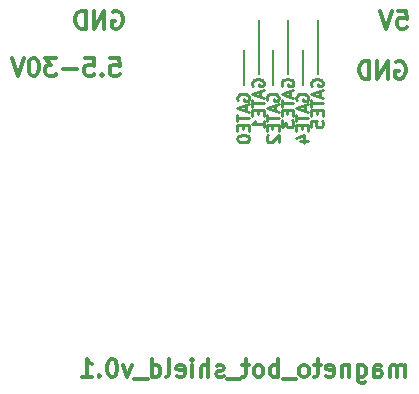
<source format=gbr>
G04 #@! TF.GenerationSoftware,KiCad,Pcbnew,5.0.2-bee76a0~70~ubuntu18.04.1*
G04 #@! TF.CreationDate,2019-12-05T19:09:47+01:00*
G04 #@! TF.ProjectId,magneto_bot_shield,6d61676e-6574-46f5-9f62-6f745f736869,rev?*
G04 #@! TF.SameCoordinates,Original*
G04 #@! TF.FileFunction,Legend,Bot*
G04 #@! TF.FilePolarity,Positive*
%FSLAX46Y46*%
G04 Gerber Fmt 4.6, Leading zero omitted, Abs format (unit mm)*
G04 Created by KiCad (PCBNEW 5.0.2-bee76a0~70~ubuntu18.04.1) date Thu 05 Dec 2019 07:09:47 PM CET*
%MOMM*%
%LPD*%
G01*
G04 APERTURE LIST*
%ADD10C,0.250000*%
%ADD11C,0.200000*%
%ADD12C,0.300000*%
G04 APERTURE END LIST*
D10*
X169750000Y-102023809D02*
X169702380Y-101928571D01*
X169702380Y-101785714D01*
X169750000Y-101642857D01*
X169845238Y-101547619D01*
X169940476Y-101500000D01*
X170130952Y-101452380D01*
X170273809Y-101452380D01*
X170464285Y-101500000D01*
X170559523Y-101547619D01*
X170654761Y-101642857D01*
X170702380Y-101785714D01*
X170702380Y-101880952D01*
X170654761Y-102023809D01*
X170607142Y-102071428D01*
X170273809Y-102071428D01*
X170273809Y-101880952D01*
X170416666Y-102452380D02*
X170416666Y-102928571D01*
X170702380Y-102357142D02*
X169702380Y-102690476D01*
X170702380Y-103023809D01*
X169702380Y-103214285D02*
X169702380Y-103785714D01*
X170702380Y-103500000D02*
X169702380Y-103500000D01*
X170178571Y-104119047D02*
X170178571Y-104452380D01*
X170702380Y-104595238D02*
X170702380Y-104119047D01*
X169702380Y-104119047D01*
X169702380Y-104595238D01*
X169702380Y-105500000D02*
X169702380Y-105023809D01*
X170178571Y-104976190D01*
X170130952Y-105023809D01*
X170083333Y-105119047D01*
X170083333Y-105357142D01*
X170130952Y-105452380D01*
X170178571Y-105500000D01*
X170273809Y-105547619D01*
X170511904Y-105547619D01*
X170607142Y-105500000D01*
X170654761Y-105452380D01*
X170702380Y-105357142D01*
X170702380Y-105119047D01*
X170654761Y-105023809D01*
X170607142Y-104976190D01*
X168500000Y-103273809D02*
X168452380Y-103178571D01*
X168452380Y-103035714D01*
X168500000Y-102892857D01*
X168595238Y-102797619D01*
X168690476Y-102750000D01*
X168880952Y-102702380D01*
X169023809Y-102702380D01*
X169214285Y-102750000D01*
X169309523Y-102797619D01*
X169404761Y-102892857D01*
X169452380Y-103035714D01*
X169452380Y-103130952D01*
X169404761Y-103273809D01*
X169357142Y-103321428D01*
X169023809Y-103321428D01*
X169023809Y-103130952D01*
X169166666Y-103702380D02*
X169166666Y-104178571D01*
X169452380Y-103607142D02*
X168452380Y-103940476D01*
X169452380Y-104273809D01*
X168452380Y-104464285D02*
X168452380Y-105035714D01*
X169452380Y-104750000D02*
X168452380Y-104750000D01*
X168928571Y-105369047D02*
X168928571Y-105702380D01*
X169452380Y-105845238D02*
X169452380Y-105369047D01*
X168452380Y-105369047D01*
X168452380Y-105845238D01*
X168785714Y-106702380D02*
X169452380Y-106702380D01*
X168404761Y-106464285D02*
X169119047Y-106226190D01*
X169119047Y-106845238D01*
X167250000Y-102023809D02*
X167202380Y-101928571D01*
X167202380Y-101785714D01*
X167250000Y-101642857D01*
X167345238Y-101547619D01*
X167440476Y-101500000D01*
X167630952Y-101452380D01*
X167773809Y-101452380D01*
X167964285Y-101500000D01*
X168059523Y-101547619D01*
X168154761Y-101642857D01*
X168202380Y-101785714D01*
X168202380Y-101880952D01*
X168154761Y-102023809D01*
X168107142Y-102071428D01*
X167773809Y-102071428D01*
X167773809Y-101880952D01*
X167916666Y-102452380D02*
X167916666Y-102928571D01*
X168202380Y-102357142D02*
X167202380Y-102690476D01*
X168202380Y-103023809D01*
X167202380Y-103214285D02*
X167202380Y-103785714D01*
X168202380Y-103500000D02*
X167202380Y-103500000D01*
X167678571Y-104119047D02*
X167678571Y-104452380D01*
X168202380Y-104595238D02*
X168202380Y-104119047D01*
X167202380Y-104119047D01*
X167202380Y-104595238D01*
X167202380Y-104928571D02*
X167202380Y-105547619D01*
X167583333Y-105214285D01*
X167583333Y-105357142D01*
X167630952Y-105452380D01*
X167678571Y-105500000D01*
X167773809Y-105547619D01*
X168011904Y-105547619D01*
X168107142Y-105500000D01*
X168154761Y-105452380D01*
X168202380Y-105357142D01*
X168202380Y-105071428D01*
X168154761Y-104976190D01*
X168107142Y-104928571D01*
X166000000Y-103273809D02*
X165952380Y-103178571D01*
X165952380Y-103035714D01*
X166000000Y-102892857D01*
X166095238Y-102797619D01*
X166190476Y-102750000D01*
X166380952Y-102702380D01*
X166523809Y-102702380D01*
X166714285Y-102750000D01*
X166809523Y-102797619D01*
X166904761Y-102892857D01*
X166952380Y-103035714D01*
X166952380Y-103130952D01*
X166904761Y-103273809D01*
X166857142Y-103321428D01*
X166523809Y-103321428D01*
X166523809Y-103130952D01*
X166666666Y-103702380D02*
X166666666Y-104178571D01*
X166952380Y-103607142D02*
X165952380Y-103940476D01*
X166952380Y-104273809D01*
X165952380Y-104464285D02*
X165952380Y-105035714D01*
X166952380Y-104750000D02*
X165952380Y-104750000D01*
X166428571Y-105369047D02*
X166428571Y-105702380D01*
X166952380Y-105845238D02*
X166952380Y-105369047D01*
X165952380Y-105369047D01*
X165952380Y-105845238D01*
X166047619Y-106226190D02*
X166000000Y-106273809D01*
X165952380Y-106369047D01*
X165952380Y-106607142D01*
X166000000Y-106702380D01*
X166047619Y-106750000D01*
X166142857Y-106797619D01*
X166238095Y-106797619D01*
X166380952Y-106750000D01*
X166952380Y-106178571D01*
X166952380Y-106797619D01*
X164750000Y-102023809D02*
X164702380Y-101928571D01*
X164702380Y-101785714D01*
X164750000Y-101642857D01*
X164845238Y-101547619D01*
X164940476Y-101500000D01*
X165130952Y-101452380D01*
X165273809Y-101452380D01*
X165464285Y-101500000D01*
X165559523Y-101547619D01*
X165654761Y-101642857D01*
X165702380Y-101785714D01*
X165702380Y-101880952D01*
X165654761Y-102023809D01*
X165607142Y-102071428D01*
X165273809Y-102071428D01*
X165273809Y-101880952D01*
X165416666Y-102452380D02*
X165416666Y-102928571D01*
X165702380Y-102357142D02*
X164702380Y-102690476D01*
X165702380Y-103023809D01*
X164702380Y-103214285D02*
X164702380Y-103785714D01*
X165702380Y-103500000D02*
X164702380Y-103500000D01*
X165178571Y-104119047D02*
X165178571Y-104452380D01*
X165702380Y-104595238D02*
X165702380Y-104119047D01*
X164702380Y-104119047D01*
X164702380Y-104595238D01*
X165702380Y-105547619D02*
X165702380Y-104976190D01*
X165702380Y-105261904D02*
X164702380Y-105261904D01*
X164845238Y-105166666D01*
X164940476Y-105071428D01*
X164988095Y-104976190D01*
D11*
X170250000Y-96500000D02*
X170250000Y-101000000D01*
X169000000Y-99000000D02*
X169000000Y-102000000D01*
X167750000Y-96500000D02*
X167750000Y-101000000D01*
X166500000Y-99000000D02*
X166500000Y-102000000D01*
X165250000Y-96500000D02*
X165250000Y-101000000D01*
X164000000Y-99000000D02*
X164000000Y-102000000D01*
D10*
X163500000Y-103273809D02*
X163452380Y-103178571D01*
X163452380Y-103035714D01*
X163500000Y-102892857D01*
X163595238Y-102797619D01*
X163690476Y-102750000D01*
X163880952Y-102702380D01*
X164023809Y-102702380D01*
X164214285Y-102750000D01*
X164309523Y-102797619D01*
X164404761Y-102892857D01*
X164452380Y-103035714D01*
X164452380Y-103130952D01*
X164404761Y-103273809D01*
X164357142Y-103321428D01*
X164023809Y-103321428D01*
X164023809Y-103130952D01*
X164166666Y-103702380D02*
X164166666Y-104178571D01*
X164452380Y-103607142D02*
X163452380Y-103940476D01*
X164452380Y-104273809D01*
X163452380Y-104464285D02*
X163452380Y-105035714D01*
X164452380Y-104750000D02*
X163452380Y-104750000D01*
X163928571Y-105369047D02*
X163928571Y-105702380D01*
X164452380Y-105845238D02*
X164452380Y-105369047D01*
X163452380Y-105369047D01*
X163452380Y-105845238D01*
X163452380Y-106464285D02*
X163452380Y-106559523D01*
X163500000Y-106654761D01*
X163547619Y-106702380D01*
X163642857Y-106750000D01*
X163833333Y-106797619D01*
X164071428Y-106797619D01*
X164261904Y-106750000D01*
X164357142Y-106702380D01*
X164404761Y-106654761D01*
X164452380Y-106559523D01*
X164452380Y-106464285D01*
X164404761Y-106369047D01*
X164357142Y-106321428D01*
X164261904Y-106273809D01*
X164071428Y-106226190D01*
X163833333Y-106226190D01*
X163642857Y-106273809D01*
X163547619Y-106321428D01*
X163500000Y-106369047D01*
X163452380Y-106464285D01*
D12*
X177035714Y-95678571D02*
X177750000Y-95678571D01*
X177821428Y-96392857D01*
X177750000Y-96321428D01*
X177607142Y-96250000D01*
X177250000Y-96250000D01*
X177107142Y-96321428D01*
X177035714Y-96392857D01*
X176964285Y-96535714D01*
X176964285Y-96892857D01*
X177035714Y-97035714D01*
X177107142Y-97107142D01*
X177250000Y-97178571D01*
X177607142Y-97178571D01*
X177750000Y-97107142D01*
X177821428Y-97035714D01*
X176535714Y-95678571D02*
X176035714Y-97178571D01*
X175535714Y-95678571D01*
X176892857Y-100000000D02*
X177035714Y-99928571D01*
X177250000Y-99928571D01*
X177464285Y-100000000D01*
X177607142Y-100142857D01*
X177678571Y-100285714D01*
X177750000Y-100571428D01*
X177750000Y-100785714D01*
X177678571Y-101071428D01*
X177607142Y-101214285D01*
X177464285Y-101357142D01*
X177250000Y-101428571D01*
X177107142Y-101428571D01*
X176892857Y-101357142D01*
X176821428Y-101285714D01*
X176821428Y-100785714D01*
X177107142Y-100785714D01*
X176178571Y-101428571D02*
X176178571Y-99928571D01*
X175321428Y-101428571D01*
X175321428Y-99928571D01*
X174607142Y-101428571D02*
X174607142Y-99928571D01*
X174250000Y-99928571D01*
X174035714Y-100000000D01*
X173892857Y-100142857D01*
X173821428Y-100285714D01*
X173750000Y-100571428D01*
X173750000Y-100785714D01*
X173821428Y-101071428D01*
X173892857Y-101214285D01*
X174035714Y-101357142D01*
X174250000Y-101428571D01*
X174607142Y-101428571D01*
X152714285Y-99678571D02*
X153428571Y-99678571D01*
X153500000Y-100392857D01*
X153428571Y-100321428D01*
X153285714Y-100250000D01*
X152928571Y-100250000D01*
X152785714Y-100321428D01*
X152714285Y-100392857D01*
X152642857Y-100535714D01*
X152642857Y-100892857D01*
X152714285Y-101035714D01*
X152785714Y-101107142D01*
X152928571Y-101178571D01*
X153285714Y-101178571D01*
X153428571Y-101107142D01*
X153500000Y-101035714D01*
X152000000Y-101035714D02*
X151928571Y-101107142D01*
X152000000Y-101178571D01*
X152071428Y-101107142D01*
X152000000Y-101035714D01*
X152000000Y-101178571D01*
X150571428Y-99678571D02*
X151285714Y-99678571D01*
X151357142Y-100392857D01*
X151285714Y-100321428D01*
X151142857Y-100250000D01*
X150785714Y-100250000D01*
X150642857Y-100321428D01*
X150571428Y-100392857D01*
X150500000Y-100535714D01*
X150500000Y-100892857D01*
X150571428Y-101035714D01*
X150642857Y-101107142D01*
X150785714Y-101178571D01*
X151142857Y-101178571D01*
X151285714Y-101107142D01*
X151357142Y-101035714D01*
X149857142Y-100607142D02*
X148714285Y-100607142D01*
X148142857Y-99678571D02*
X147214285Y-99678571D01*
X147714285Y-100250000D01*
X147500000Y-100250000D01*
X147357142Y-100321428D01*
X147285714Y-100392857D01*
X147214285Y-100535714D01*
X147214285Y-100892857D01*
X147285714Y-101035714D01*
X147357142Y-101107142D01*
X147500000Y-101178571D01*
X147928571Y-101178571D01*
X148071428Y-101107142D01*
X148142857Y-101035714D01*
X146285714Y-99678571D02*
X146142857Y-99678571D01*
X146000000Y-99750000D01*
X145928571Y-99821428D01*
X145857142Y-99964285D01*
X145785714Y-100250000D01*
X145785714Y-100607142D01*
X145857142Y-100892857D01*
X145928571Y-101035714D01*
X146000000Y-101107142D01*
X146142857Y-101178571D01*
X146285714Y-101178571D01*
X146428571Y-101107142D01*
X146500000Y-101035714D01*
X146571428Y-100892857D01*
X146642857Y-100607142D01*
X146642857Y-100250000D01*
X146571428Y-99964285D01*
X146500000Y-99821428D01*
X146428571Y-99750000D01*
X146285714Y-99678571D01*
X145357142Y-99678571D02*
X144857142Y-101178571D01*
X144357142Y-99678571D01*
X152892857Y-95750000D02*
X153035714Y-95678571D01*
X153250000Y-95678571D01*
X153464285Y-95750000D01*
X153607142Y-95892857D01*
X153678571Y-96035714D01*
X153750000Y-96321428D01*
X153750000Y-96535714D01*
X153678571Y-96821428D01*
X153607142Y-96964285D01*
X153464285Y-97107142D01*
X153250000Y-97178571D01*
X153107142Y-97178571D01*
X152892857Y-97107142D01*
X152821428Y-97035714D01*
X152821428Y-96535714D01*
X153107142Y-96535714D01*
X152178571Y-97178571D02*
X152178571Y-95678571D01*
X151321428Y-97178571D01*
X151321428Y-95678571D01*
X150607142Y-97178571D02*
X150607142Y-95678571D01*
X150250000Y-95678571D01*
X150035714Y-95750000D01*
X149892857Y-95892857D01*
X149821428Y-96035714D01*
X149750000Y-96321428D01*
X149750000Y-96535714D01*
X149821428Y-96821428D01*
X149892857Y-96964285D01*
X150035714Y-97107142D01*
X150250000Y-97178571D01*
X150607142Y-97178571D01*
X177642857Y-126678571D02*
X177642857Y-125678571D01*
X177642857Y-125821428D02*
X177571428Y-125750000D01*
X177428571Y-125678571D01*
X177214285Y-125678571D01*
X177071428Y-125750000D01*
X177000000Y-125892857D01*
X177000000Y-126678571D01*
X177000000Y-125892857D02*
X176928571Y-125750000D01*
X176785714Y-125678571D01*
X176571428Y-125678571D01*
X176428571Y-125750000D01*
X176357142Y-125892857D01*
X176357142Y-126678571D01*
X175000000Y-126678571D02*
X175000000Y-125892857D01*
X175071428Y-125750000D01*
X175214285Y-125678571D01*
X175500000Y-125678571D01*
X175642857Y-125750000D01*
X175000000Y-126607142D02*
X175142857Y-126678571D01*
X175500000Y-126678571D01*
X175642857Y-126607142D01*
X175714285Y-126464285D01*
X175714285Y-126321428D01*
X175642857Y-126178571D01*
X175500000Y-126107142D01*
X175142857Y-126107142D01*
X175000000Y-126035714D01*
X173642857Y-125678571D02*
X173642857Y-126892857D01*
X173714285Y-127035714D01*
X173785714Y-127107142D01*
X173928571Y-127178571D01*
X174142857Y-127178571D01*
X174285714Y-127107142D01*
X173642857Y-126607142D02*
X173785714Y-126678571D01*
X174071428Y-126678571D01*
X174214285Y-126607142D01*
X174285714Y-126535714D01*
X174357142Y-126392857D01*
X174357142Y-125964285D01*
X174285714Y-125821428D01*
X174214285Y-125750000D01*
X174071428Y-125678571D01*
X173785714Y-125678571D01*
X173642857Y-125750000D01*
X172928571Y-125678571D02*
X172928571Y-126678571D01*
X172928571Y-125821428D02*
X172857142Y-125750000D01*
X172714285Y-125678571D01*
X172500000Y-125678571D01*
X172357142Y-125750000D01*
X172285714Y-125892857D01*
X172285714Y-126678571D01*
X171000000Y-126607142D02*
X171142857Y-126678571D01*
X171428571Y-126678571D01*
X171571428Y-126607142D01*
X171642857Y-126464285D01*
X171642857Y-125892857D01*
X171571428Y-125750000D01*
X171428571Y-125678571D01*
X171142857Y-125678571D01*
X171000000Y-125750000D01*
X170928571Y-125892857D01*
X170928571Y-126035714D01*
X171642857Y-126178571D01*
X170500000Y-125678571D02*
X169928571Y-125678571D01*
X170285714Y-125178571D02*
X170285714Y-126464285D01*
X170214285Y-126607142D01*
X170071428Y-126678571D01*
X169928571Y-126678571D01*
X169214285Y-126678571D02*
X169357142Y-126607142D01*
X169428571Y-126535714D01*
X169500000Y-126392857D01*
X169500000Y-125964285D01*
X169428571Y-125821428D01*
X169357142Y-125750000D01*
X169214285Y-125678571D01*
X169000000Y-125678571D01*
X168857142Y-125750000D01*
X168785714Y-125821428D01*
X168714285Y-125964285D01*
X168714285Y-126392857D01*
X168785714Y-126535714D01*
X168857142Y-126607142D01*
X169000000Y-126678571D01*
X169214285Y-126678571D01*
X168428571Y-126821428D02*
X167285714Y-126821428D01*
X166928571Y-126678571D02*
X166928571Y-125178571D01*
X166928571Y-125750000D02*
X166785714Y-125678571D01*
X166500000Y-125678571D01*
X166357142Y-125750000D01*
X166285714Y-125821428D01*
X166214285Y-125964285D01*
X166214285Y-126392857D01*
X166285714Y-126535714D01*
X166357142Y-126607142D01*
X166500000Y-126678571D01*
X166785714Y-126678571D01*
X166928571Y-126607142D01*
X165357142Y-126678571D02*
X165500000Y-126607142D01*
X165571428Y-126535714D01*
X165642857Y-126392857D01*
X165642857Y-125964285D01*
X165571428Y-125821428D01*
X165500000Y-125750000D01*
X165357142Y-125678571D01*
X165142857Y-125678571D01*
X165000000Y-125750000D01*
X164928571Y-125821428D01*
X164857142Y-125964285D01*
X164857142Y-126392857D01*
X164928571Y-126535714D01*
X165000000Y-126607142D01*
X165142857Y-126678571D01*
X165357142Y-126678571D01*
X164428571Y-125678571D02*
X163857142Y-125678571D01*
X164214285Y-125178571D02*
X164214285Y-126464285D01*
X164142857Y-126607142D01*
X164000000Y-126678571D01*
X163857142Y-126678571D01*
X163714285Y-126821428D02*
X162571428Y-126821428D01*
X162285714Y-126607142D02*
X162142857Y-126678571D01*
X161857142Y-126678571D01*
X161714285Y-126607142D01*
X161642857Y-126464285D01*
X161642857Y-126392857D01*
X161714285Y-126250000D01*
X161857142Y-126178571D01*
X162071428Y-126178571D01*
X162214285Y-126107142D01*
X162285714Y-125964285D01*
X162285714Y-125892857D01*
X162214285Y-125750000D01*
X162071428Y-125678571D01*
X161857142Y-125678571D01*
X161714285Y-125750000D01*
X161000000Y-126678571D02*
X161000000Y-125178571D01*
X160357142Y-126678571D02*
X160357142Y-125892857D01*
X160428571Y-125750000D01*
X160571428Y-125678571D01*
X160785714Y-125678571D01*
X160928571Y-125750000D01*
X161000000Y-125821428D01*
X159642857Y-126678571D02*
X159642857Y-125678571D01*
X159642857Y-125178571D02*
X159714285Y-125250000D01*
X159642857Y-125321428D01*
X159571428Y-125250000D01*
X159642857Y-125178571D01*
X159642857Y-125321428D01*
X158357142Y-126607142D02*
X158500000Y-126678571D01*
X158785714Y-126678571D01*
X158928571Y-126607142D01*
X159000000Y-126464285D01*
X159000000Y-125892857D01*
X158928571Y-125750000D01*
X158785714Y-125678571D01*
X158500000Y-125678571D01*
X158357142Y-125750000D01*
X158285714Y-125892857D01*
X158285714Y-126035714D01*
X159000000Y-126178571D01*
X157428571Y-126678571D02*
X157571428Y-126607142D01*
X157642857Y-126464285D01*
X157642857Y-125178571D01*
X156214285Y-126678571D02*
X156214285Y-125178571D01*
X156214285Y-126607142D02*
X156357142Y-126678571D01*
X156642857Y-126678571D01*
X156785714Y-126607142D01*
X156857142Y-126535714D01*
X156928571Y-126392857D01*
X156928571Y-125964285D01*
X156857142Y-125821428D01*
X156785714Y-125750000D01*
X156642857Y-125678571D01*
X156357142Y-125678571D01*
X156214285Y-125750000D01*
X155857142Y-126821428D02*
X154714285Y-126821428D01*
X154500000Y-125678571D02*
X154142857Y-126678571D01*
X153785714Y-125678571D01*
X152928571Y-125178571D02*
X152785714Y-125178571D01*
X152642857Y-125250000D01*
X152571428Y-125321428D01*
X152500000Y-125464285D01*
X152428571Y-125750000D01*
X152428571Y-126107142D01*
X152500000Y-126392857D01*
X152571428Y-126535714D01*
X152642857Y-126607142D01*
X152785714Y-126678571D01*
X152928571Y-126678571D01*
X153071428Y-126607142D01*
X153142857Y-126535714D01*
X153214285Y-126392857D01*
X153285714Y-126107142D01*
X153285714Y-125750000D01*
X153214285Y-125464285D01*
X153142857Y-125321428D01*
X153071428Y-125250000D01*
X152928571Y-125178571D01*
X151785714Y-126535714D02*
X151714285Y-126607142D01*
X151785714Y-126678571D01*
X151857142Y-126607142D01*
X151785714Y-126535714D01*
X151785714Y-126678571D01*
X150285714Y-126678571D02*
X151142857Y-126678571D01*
X150714285Y-126678571D02*
X150714285Y-125178571D01*
X150857142Y-125392857D01*
X151000000Y-125535714D01*
X151142857Y-125607142D01*
M02*

</source>
